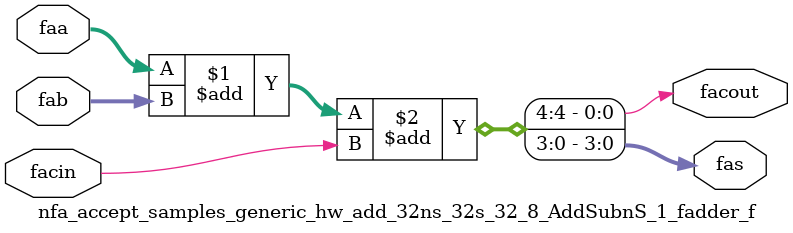
<source format=v>
module nfa_accept_samples_generic_hw_add_32ns_32s_32_8_AddSubnS_1_fadder_f 
#(parameter
    N = 4
)(
    input  [N-1 : 0]  faa,
    input  [N-1 : 0]  fab,
    input  wire  facin,
    output [N-1 : 0]  fas,
    output wire  facout
);
assign {facout, fas} = faa + fab + facin;
endmodule
</source>
